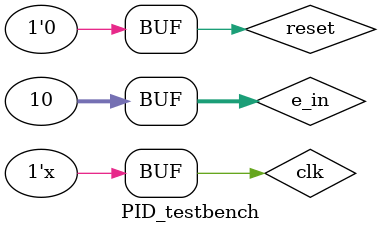
<source format=v>
module PID
(output signed [31:0] u_out, // output
input signed [31:0] e_in, // input
input clk,
input reset,
input [7:0] k1,
input [7:0] k2,
input [7:0] k3);

	//parameter k1=107; // change these values to suit your system
	//parameter k2 = 104;
	//parameter k3 = 2;
	//note:
	//k1 = kp+ki+kd
	//k2 = -kp-2kd (input is positive though)
	//k3 = kd
	
	reg signed [31:0] u_prev;
	reg signed [31:0] e_prev[0:1];
	reg signed [31:0] e_in_buffered;
	
	assign u_out = u_prev + k1*e_in_buffered - k2*e_prev[0] + k3*e_prev[1];

	always @(posedge clk)
	begin
		e_in_buffered <= e_in;
		if (reset == 1) 
		begin
			u_prev <= 0;
			e_prev[0] <= 0;
			e_prev[1] <= 0;
		end
		else 
		begin 
			e_prev[1] <= e_prev[0];
			e_prev[0] <= e_in_buffered;
			u_prev <= u_out;
		end
	end
endmodule 



module PID_testbench;
	reg clk, reset;
	reg [31:0] e_in;
	//reg [7:0] k1;
	//reg [7:0] k2;
	//reg [7:0] k3;
	wire [31:0] u_out;
	
	parameter k1 = 1;
	parameter k2 = 0;
	parameter k3 = 0;
	
	parameter stimDelay = 10;
	
	PID myPID(	u_out,
	e_in,
	clk,
	reset,
	k1,
	k2,
	k3);

	always #1 clk = ~clk;

	initial
	begin
		clk = 0; e_in = 0; reset = 0;
		
		
		#(stimDelay)
		reset = 1;
		#(stimDelay);
		reset = 0;
		
		repeat(10)
		begin
			#(stimDelay) e_in = e_in + 1;
		end
		
		
		#100; //Let simulation finish
	end
endmodule
</source>
